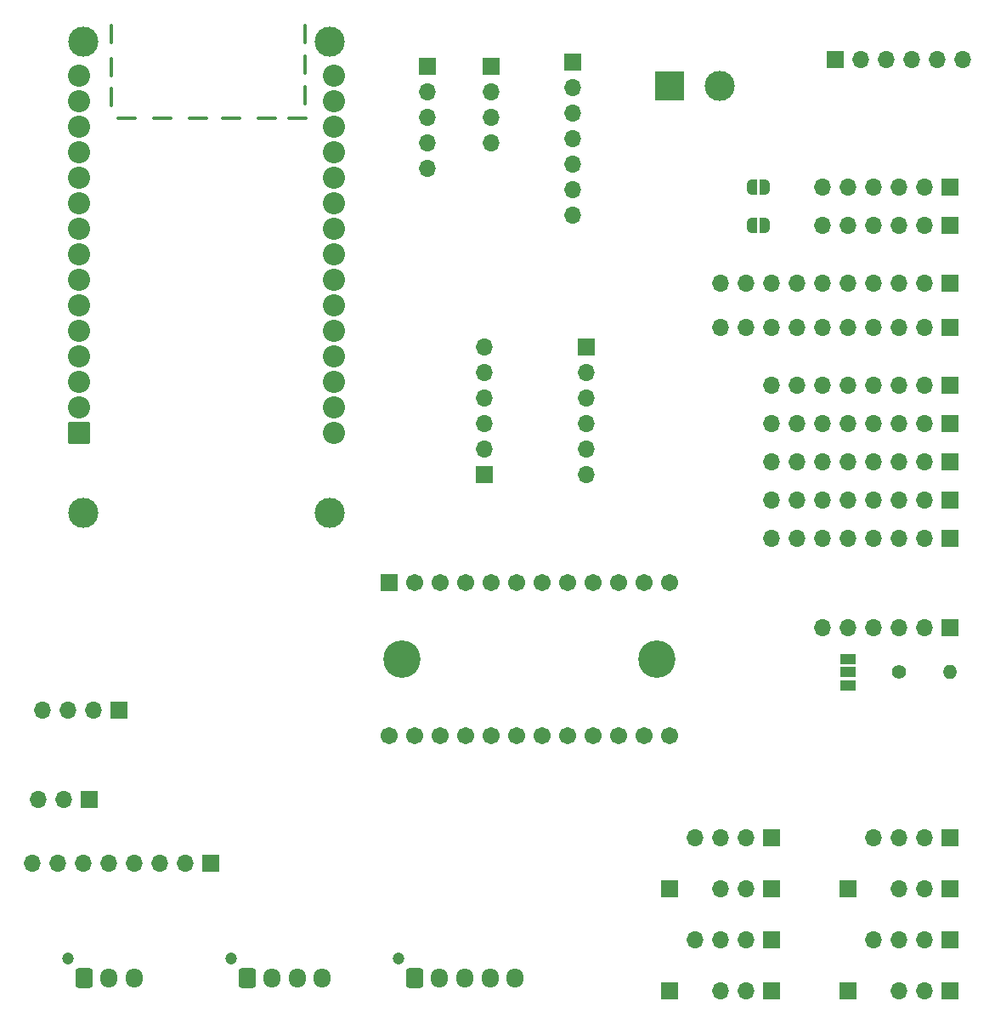
<source format=gbr>
%TF.GenerationSoftware,KiCad,Pcbnew,8.0.3*%
%TF.CreationDate,2024-11-19T22:16:28+01:00*%
%TF.ProjectId,weerstation-main,77656572-7374-4617-9469-6f6e2d6d6169,rev?*%
%TF.SameCoordinates,Original*%
%TF.FileFunction,Soldermask,Bot*%
%TF.FilePolarity,Negative*%
%FSLAX46Y46*%
G04 Gerber Fmt 4.6, Leading zero omitted, Abs format (unit mm)*
G04 Created by KiCad (PCBNEW 8.0.3) date 2024-11-19 22:16:28*
%MOMM*%
%LPD*%
G01*
G04 APERTURE LIST*
G04 Aperture macros list*
%AMRoundRect*
0 Rectangle with rounded corners*
0 $1 Rounding radius*
0 $2 $3 $4 $5 $6 $7 $8 $9 X,Y pos of 4 corners*
0 Add a 4 corners polygon primitive as box body*
4,1,4,$2,$3,$4,$5,$6,$7,$8,$9,$2,$3,0*
0 Add four circle primitives for the rounded corners*
1,1,$1+$1,$2,$3*
1,1,$1+$1,$4,$5*
1,1,$1+$1,$6,$7*
1,1,$1+$1,$8,$9*
0 Add four rect primitives between the rounded corners*
20,1,$1+$1,$2,$3,$4,$5,0*
20,1,$1+$1,$4,$5,$6,$7,0*
20,1,$1+$1,$6,$7,$8,$9,0*
20,1,$1+$1,$8,$9,$2,$3,0*%
%AMFreePoly0*
4,1,19,0.500000,-0.750000,0.000000,-0.750000,0.000000,-0.744911,-0.071157,-0.744911,-0.207708,-0.704816,-0.327430,-0.627875,-0.420627,-0.520320,-0.479746,-0.390866,-0.500000,-0.250000,-0.500000,0.250000,-0.479746,0.390866,-0.420627,0.520320,-0.327430,0.627875,-0.207708,0.704816,-0.071157,0.744911,0.000000,0.744911,0.000000,0.750000,0.500000,0.750000,0.500000,-0.750000,0.500000,-0.750000,
$1*%
%AMFreePoly1*
4,1,19,0.000000,0.744911,0.071157,0.744911,0.207708,0.704816,0.327430,0.627875,0.420627,0.520320,0.479746,0.390866,0.500000,0.250000,0.500000,-0.250000,0.479746,-0.390866,0.420627,-0.520320,0.327430,-0.627875,0.207708,-0.704816,0.071157,-0.744911,0.000000,-0.744911,0.000000,-0.750000,-0.500000,-0.750000,-0.500000,0.750000,0.000000,0.750000,0.000000,0.744911,0.000000,0.744911,
$1*%
G04 Aperture macros list end*
%ADD10O,2.000000X0.400000*%
%ADD11C,1.400000*%
%ADD12O,1.400000X1.400000*%
%ADD13O,0.400000X2.000000*%
%ADD14C,1.200000*%
%ADD15RoundRect,0.250000X-0.600000X-0.725000X0.600000X-0.725000X0.600000X0.725000X-0.600000X0.725000X0*%
%ADD16O,1.700000X1.950000*%
%ADD17R,1.700000X1.700000*%
%ADD18O,1.700000X1.700000*%
%ADD19R,1.500000X1.000000*%
%ADD20FreePoly0,180.000000*%
%ADD21FreePoly1,180.000000*%
%ADD22RoundRect,0.102000X-0.754000X0.754000X-0.754000X-0.754000X0.754000X-0.754000X0.754000X0.754000X0*%
%ADD23C,1.712000*%
%ADD24C,3.720000*%
%ADD25R,3.000000X3.000000*%
%ADD26C,3.000000*%
%ADD27RoundRect,0.102000X-1.000000X-1.000000X1.000000X-1.000000X1.000000X1.000000X-1.000000X1.000000X0*%
%ADD28C,2.204000*%
G04 APERTURE END LIST*
D10*
%TO.C,H7*%
X37592000Y-22352000D03*
%TD*%
D11*
%TO.C,R1*%
X104140000Y-77470000D03*
D12*
X109220000Y-77470000D03*
%TD*%
D10*
%TO.C,H6*%
X41148000Y-22352000D03*
%TD*%
D13*
%TO.C,H12*%
X44958000Y-13970000D03*
%TD*%
%TO.C,H11*%
X44958000Y-17018000D03*
%TD*%
%TO.C,H1*%
X25654000Y-17272000D03*
%TD*%
%TO.C,H2*%
X25654000Y-20252000D03*
%TD*%
D10*
%TO.C,H8*%
X30734000Y-22352000D03*
%TD*%
D13*
%TO.C,H4*%
X25654000Y-13970000D03*
%TD*%
D10*
%TO.C,H5*%
X34290000Y-22352000D03*
%TD*%
%TO.C,H9*%
X44196000Y-22352000D03*
%TD*%
%TO.C,H3*%
X27178000Y-22352000D03*
%TD*%
D13*
%TO.C,H10*%
X44958000Y-20066000D03*
%TD*%
D14*
%TO.C,J2*%
X54280000Y-105950000D03*
D15*
X55880000Y-107950000D03*
D16*
X58380000Y-107950000D03*
X60880000Y-107950000D03*
X63380000Y-107950000D03*
X65880000Y-107950000D03*
%TD*%
D17*
%TO.C,J21*%
X91440000Y-93980000D03*
D18*
X88900000Y-93980000D03*
X86360000Y-93980000D03*
X83820000Y-93980000D03*
%TD*%
D17*
%TO.C,J8*%
X109220000Y-60325000D03*
D18*
X106680000Y-60325000D03*
X104140000Y-60325000D03*
X101600000Y-60325000D03*
X99060000Y-60325000D03*
X96520000Y-60325000D03*
X93980000Y-60325000D03*
X91440000Y-60325000D03*
%TD*%
D17*
%TO.C,J34*%
X62865000Y-57785000D03*
D18*
X62865000Y-55245000D03*
X62865000Y-52705000D03*
X62865000Y-50165000D03*
X62865000Y-47625000D03*
X62865000Y-45085000D03*
%TD*%
D17*
%TO.C,J6*%
X109220000Y-99060000D03*
D18*
X106680000Y-99060000D03*
X104140000Y-99060000D03*
%TD*%
D17*
%TO.C,J4*%
X97790000Y-16510000D03*
D18*
X100330000Y-16510000D03*
X102870000Y-16510000D03*
X105410000Y-16510000D03*
X107950000Y-16510000D03*
X110490000Y-16510000D03*
%TD*%
D17*
%TO.C,J28*%
X23495000Y-90170000D03*
D18*
X20955000Y-90170000D03*
X18415000Y-90170000D03*
%TD*%
D17*
%TO.C,J29*%
X109220000Y-38735000D03*
D18*
X106680000Y-38735000D03*
X104140000Y-38735000D03*
X101600000Y-38735000D03*
X99060000Y-38735000D03*
X96520000Y-38735000D03*
X93980000Y-38735000D03*
X91440000Y-38735000D03*
X88900000Y-38735000D03*
X86360000Y-38735000D03*
%TD*%
D17*
%TO.C,J20*%
X91440000Y-99060000D03*
D18*
X88900000Y-99060000D03*
X86360000Y-99060000D03*
%TD*%
D14*
%TO.C,J32*%
X37592000Y-105950000D03*
D15*
X39192000Y-107950000D03*
D16*
X41692000Y-107950000D03*
X44192000Y-107950000D03*
X46692000Y-107950000D03*
%TD*%
D19*
%TO.C,JP3*%
X99060000Y-78770000D03*
X99060000Y-77470000D03*
X99060000Y-76170000D03*
%TD*%
D20*
%TO.C,JP2*%
X90805000Y-33020000D03*
D21*
X89505000Y-33020000D03*
%TD*%
D17*
%TO.C,J31*%
X73025000Y-45085000D03*
D18*
X73025000Y-47625000D03*
X73025000Y-50165000D03*
X73025000Y-52705000D03*
X73025000Y-55245000D03*
X73025000Y-57785000D03*
%TD*%
D17*
%TO.C,J22*%
X81280000Y-109220000D03*
%TD*%
%TO.C,J3*%
X109220000Y-48895000D03*
D18*
X106680000Y-48895000D03*
X104140000Y-48895000D03*
X101600000Y-48895000D03*
X99060000Y-48895000D03*
X96520000Y-48895000D03*
X93980000Y-48895000D03*
X91440000Y-48895000D03*
%TD*%
D17*
%TO.C,J13*%
X109220000Y-109220000D03*
D18*
X106680000Y-109220000D03*
X104140000Y-109220000D03*
%TD*%
D17*
%TO.C,J25*%
X109220000Y-73025000D03*
D18*
X106680000Y-73025000D03*
X104140000Y-73025000D03*
X101600000Y-73025000D03*
X99060000Y-73025000D03*
X96520000Y-73025000D03*
%TD*%
D17*
%TO.C,J30*%
X109220000Y-64135000D03*
D18*
X106680000Y-64135000D03*
X104140000Y-64135000D03*
X101600000Y-64135000D03*
X99060000Y-64135000D03*
X96520000Y-64135000D03*
X93980000Y-64135000D03*
X91440000Y-64135000D03*
%TD*%
D17*
%TO.C,J17*%
X91440000Y-109220000D03*
D18*
X88900000Y-109220000D03*
X86360000Y-109220000D03*
%TD*%
D17*
%TO.C,J24*%
X57150000Y-17150000D03*
D18*
X57150000Y-19690000D03*
X57150000Y-22230000D03*
X57150000Y-24770000D03*
X57150000Y-27310000D03*
%TD*%
D17*
%TO.C,J1*%
X71628000Y-16764000D03*
D18*
X71628000Y-19304000D03*
X71628000Y-21844000D03*
X71628000Y-24384000D03*
X71628000Y-26924000D03*
X71628000Y-29464000D03*
X71628000Y-32004000D03*
%TD*%
D17*
%TO.C,J5*%
X109220000Y-52705000D03*
D18*
X106680000Y-52705000D03*
X104140000Y-52705000D03*
X101600000Y-52705000D03*
X99060000Y-52705000D03*
X96520000Y-52705000D03*
X93980000Y-52705000D03*
X91440000Y-52705000D03*
%TD*%
D17*
%TO.C,J10*%
X109220000Y-33020000D03*
D18*
X106680000Y-33020000D03*
X104140000Y-33020000D03*
X101600000Y-33020000D03*
X99060000Y-33020000D03*
X96520000Y-33020000D03*
%TD*%
D22*
%TO.C,U3*%
X53340000Y-68580000D03*
D23*
X55880000Y-68580000D03*
X58420000Y-68580000D03*
X60960000Y-68580000D03*
X63500000Y-68580000D03*
X66040000Y-68580000D03*
X68580000Y-68580000D03*
X71120000Y-68580000D03*
X73660000Y-68580000D03*
X76200000Y-68580000D03*
X78740000Y-68580000D03*
X81280000Y-68580000D03*
X81280000Y-83820000D03*
X78740000Y-83820000D03*
X76200000Y-83820000D03*
X73660000Y-83820000D03*
X71120000Y-83820000D03*
X68580000Y-83820000D03*
X66040000Y-83820000D03*
X63500000Y-83820000D03*
X60960000Y-83820000D03*
X58420000Y-83820000D03*
X55880000Y-83820000D03*
X53340000Y-83820000D03*
D24*
X54610000Y-76200000D03*
X80010000Y-76200000D03*
%TD*%
D14*
%TO.C,J16*%
X21340000Y-105950000D03*
D15*
X22940000Y-107950000D03*
D16*
X25440000Y-107950000D03*
X27940000Y-107950000D03*
%TD*%
D25*
%TO.C,J35*%
X81280000Y-19117500D03*
D26*
X86280000Y-19117500D03*
%TD*%
D17*
%TO.C,J9*%
X109220000Y-43180000D03*
D18*
X106680000Y-43180000D03*
X104140000Y-43180000D03*
X101600000Y-43180000D03*
X99060000Y-43180000D03*
X96520000Y-43180000D03*
X93980000Y-43180000D03*
X91440000Y-43180000D03*
X88900000Y-43180000D03*
X86360000Y-43180000D03*
%TD*%
D17*
%TO.C,J15*%
X99060000Y-109220000D03*
%TD*%
%TO.C,J7*%
X109220000Y-56515000D03*
D18*
X106680000Y-56515000D03*
X104140000Y-56515000D03*
X101600000Y-56515000D03*
X99060000Y-56515000D03*
X96520000Y-56515000D03*
X93980000Y-56515000D03*
X91440000Y-56515000D03*
%TD*%
D17*
%TO.C,J14*%
X109220000Y-104140000D03*
D18*
X106680000Y-104140000D03*
X104140000Y-104140000D03*
X101600000Y-104140000D03*
%TD*%
D17*
%TO.C,J18*%
X91440000Y-104140000D03*
D18*
X88900000Y-104140000D03*
X86360000Y-104140000D03*
X83820000Y-104140000D03*
%TD*%
D17*
%TO.C,J19*%
X81280000Y-99060000D03*
%TD*%
D26*
%TO.C,U1*%
X22873600Y-14675800D03*
X22873600Y-61625800D03*
X47383600Y-14675800D03*
X47383600Y-61625800D03*
D27*
X22453600Y-53665800D03*
D28*
X22453600Y-51125800D03*
X22453600Y-48585800D03*
X22453600Y-46045800D03*
X22453600Y-43505800D03*
X22453600Y-40965800D03*
X22453600Y-38425800D03*
X22453600Y-35885800D03*
X22453600Y-33345800D03*
X22453600Y-30805800D03*
X22453600Y-28265800D03*
X22453600Y-25725800D03*
X22453600Y-23185800D03*
X22453600Y-20645800D03*
X22453600Y-18105800D03*
X47853600Y-18105800D03*
X47853600Y-20645800D03*
X47853600Y-23185800D03*
X47853600Y-25725800D03*
X47853600Y-28265800D03*
X47853600Y-30805800D03*
X47853600Y-33345800D03*
X47853600Y-35885800D03*
X47853600Y-38425800D03*
X47853600Y-40965800D03*
X47853600Y-43505800D03*
X47853600Y-46045800D03*
X47853600Y-48585800D03*
X47853600Y-51125800D03*
X47853600Y-53665800D03*
%TD*%
D17*
%TO.C,J33*%
X109220000Y-29210000D03*
D18*
X106680000Y-29210000D03*
X104140000Y-29210000D03*
X101600000Y-29210000D03*
X99060000Y-29210000D03*
X96520000Y-29210000D03*
%TD*%
D17*
%TO.C,J27*%
X35560000Y-96520000D03*
D18*
X33020000Y-96520000D03*
X30480000Y-96520000D03*
X27940000Y-96520000D03*
X25400000Y-96520000D03*
X22860000Y-96520000D03*
X20320000Y-96520000D03*
X17780000Y-96520000D03*
%TD*%
D20*
%TO.C,JP1*%
X90805000Y-29210000D03*
D21*
X89505000Y-29210000D03*
%TD*%
D17*
%TO.C,J26*%
X26416000Y-81280000D03*
D18*
X23876000Y-81280000D03*
X21336000Y-81280000D03*
X18796000Y-81280000D03*
%TD*%
D17*
%TO.C,J11*%
X109220000Y-93980000D03*
D18*
X106680000Y-93980000D03*
X104140000Y-93980000D03*
X101600000Y-93980000D03*
%TD*%
D17*
%TO.C,J12*%
X99060000Y-99060000D03*
%TD*%
%TO.C,J23*%
X63500000Y-17150000D03*
D18*
X63500000Y-19690000D03*
X63500000Y-22230000D03*
X63500000Y-24770000D03*
%TD*%
M02*

</source>
